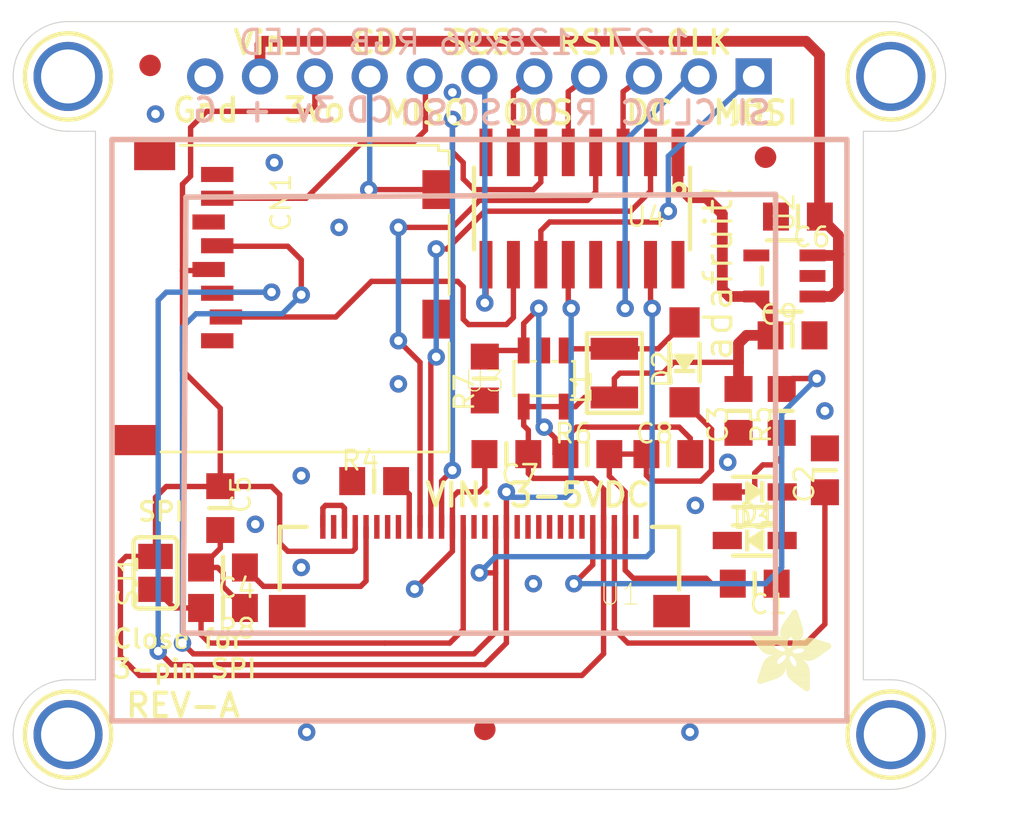
<source format=kicad_pcb>
(kicad_pcb (version 20211014) (generator pcbnew)
  (layers (0 "F.Cu" signal) (31 "B.Cu" signal) (34 "B.Paste" user) (35 "F.Paste" user) (36 "B.SilkS" user "B.Silkscreen") (37 "F.SilkS" user "F.Silkscreen") (38 "B.Mask" user) (39 "F.Mask" user) (44 "Edge.Cuts" user))
  (net 0 "")
  (net 1 "OLED_BS0")
  (net 2 "GND")
  (net 3 "IREF")
  (net 4 "MOSI/DATA1")
  (net 5 "SCK/DATA0")
  (net 6 "OLED_CS")
  (net 7 "OLED_DC")
  (net 8 "OLED_RES")
  (net 9 "VCOMH")
  (net 10 "N$6")
  (net 11 "N$7")
  (net 12 "3.3V")
  (net 13 "13V")
  (net 14 "N$3")
  (net 15 "N$5")
  (net 16 "N$8")
  (net 17 "VIN")
  (net 18 "SD_CS")
  (net 19 "SD_DOUT")
  (net 20 "SD_CD")
  (net 21 "N$12")
  (net 22 "N$13")
  (net 23 "DC")
  (net 24 "RESET")
  (net 25 "OCS")
  (net 26 "SCS")
  (net 27 "N$11")
  (footprint "boardEagle:_0805MP" (layer "F.Cu") (at 157.2511 107.2536)
    (fp_text reference "C8")
    (fp_text value "0.1uF")
  )
  (footprint "boardEagle:SOT23-5@1" (layer "F.Cu") (at 151.5011 103.7536 180)
    (fp_text reference "U3")
    (fp_text value "FAN5331SX")
  )
  (footprint "boardEagle:_0805MP" (layer "F.Cu") (at 162.5011 105.2536 90)
    (fp_text reference "R5")
    (fp_text value "50")
  )
  (footprint "boardEagle:SOD-323" (layer "F.Cu") (at 161.2511 111.2536)
    (fp_text reference "D3")
    (fp_text value "1N4148")
  )
  (footprint "boardEagle:_0805MP" (layer "F.Cu") (at 163.0011 101.7536)
    (fp_text reference "C9")
    (fp_text value "10uF")
  )
  (footprint "boardEagle:_0805MP" (layer "F.Cu") (at 148.7511 103.7536 90)
    (fp_text reference "R7")
    (fp_text value "10K")
  )
  (footprint "boardEagle:MOUNTINGHOLE_2.5_PLATED" (layer "F.Cu") (at 167.5511 89.7636)
    (fp_text reference "U$24" hide)
    (fp_text value "MOUNTINGHOLE2.5" hide)
  )
  (footprint "boardEagle:_0805MP" (layer "F.Cu") (at 136.6261 112.5036 180)
    (fp_text reference "C4")
    (fp_text value "1.0uF")
  )
  (footprint "boardEagle:FIDUCIAL_1MM" (layer "F.Cu") (at 148.7511 120.0036)
    (fp_text reference "U$26" hide)
    (fp_text value "FIDUCIAL" hide)
  )
  (footprint "boardEagle:_0805MP" (layer "F.Cu") (at 153.5011 107.2536)
    (fp_text reference "R6")
    (fp_text value "100K")
  )
  (footprint "boardEagle:_0805MP" (layer "F.Cu") (at 136.5011 109.7536 -90)
    (fp_text reference "C5")
    (fp_text value "10uF")
  )
  (footprint "boardEagle:MICROSD" (layer "F.Cu") (at 147.0011 93.0036 -90)
    (fp_text reference "CN1")
    (fp_text value "microSD")
  )
  (footprint "boardEagle:FIDUCIAL_1MM" (layer "F.Cu") (at 161.7511 93.5036)
    (fp_text reference "U$27" hide)
    (fp_text value "FIDUCIAL" hide)
  )
  (footprint "boardEagle:_0805MP" (layer "F.Cu") (at 160.5011 105.2536 90)
    (fp_text reference "C3")
    (fp_text value "1.0uF")
  )
  (footprint "boardEagle:FPC_XF2M-3015-1A" (layer "F.Cu") (at 148.5011 113.2536 180)
    (fp_text reference "U1")
    (fp_text value "UG-2828GDEDF11")
  )
  (footprint "boardEagle:_0805MP" (layer "F.Cu") (at 136.6261 114.3786 180)
    (fp_text reference "R8")
    (fp_text value "10K")
  )
  (footprint "boardEagle:_0805MP" (layer "F.Cu") (at 143.6261 108.5036)
    (fp_text reference "R4")
    (fp_text value "600K")
  )
  (footprint "boardEagle:_0805MP" (layer "F.Cu") (at 161.2511 113.2536 180)
    (fp_text reference "C1")
    (fp_text value "10uF/16V")
  )
  (footprint "boardEagle:SOT23-5" (layer "F.Cu") (at 162.6261 99.0036 90)
    (fp_text reference "U2")
    (fp_text value "MIC5225-3.3v")
  )
  (footprint "boardEagle:MOUNTINGHOLE_2.5_PLATED" (layer "F.Cu") (at 167.5511 120.2436)
    (fp_text reference "U$23" hide)
    (fp_text value "MOUNTINGHOLE2.5" hide)
  )
  (footprint "boardEagle:FIDUCIAL_1MM" (layer "F.Cu") (at 133.2511 89.2536)
    (fp_text reference "U$29" hide)
    (fp_text value "FIDUCIAL" hide)
  )
  (footprint "boardEagle:SOLDERJUMPER_REFLOW_NOPASTE" (layer "F.Cu") (at 133.5011 112.7536 90)
    (fp_text reference "SJ1")
    (fp_text value "BS0")
  )
  (footprint "boardEagle:_0805MP" (layer "F.Cu") (at 149.7511 107.2536 180)
    (fp_text reference "C7")
    (fp_text value "10uF")
  )
  (footprint "boardEagle:MOUNTINGHOLE_2.5_PLATED" (layer "F.Cu") (at 129.4511 89.7636)
    (fp_text reference "U$25" hide)
    (fp_text value "MOUNTINGHOLE2.5" hide)
  )
  (footprint "boardEagle:SOD-123" (layer "F.Cu") (at 158.0011 103.0036 90)
    (fp_text reference "D2")
    (fp_text value "BAT54T1G")
  )
  (footprint "boardEagle:_0805MP" (layer "F.Cu") (at 164.5011 108.0036 90)
    (fp_text reference "C2")
    (fp_text value "10uF/16V")
  )
  (footprint "boardEagle:1X11_ROUND" (layer "F.Cu") (at 148.5011 89.7636 180)
    (fp_text reference "JP1")
    (fp_text value "")
  )
  (footprint "boardEagle:SOIC16" (layer "F.Cu") (at 153.2511 95.8806 180)
    (fp_text reference "U4")
    (fp_text value "74HC4050D")
  )
  (footprint "boardEagle:ADAFRUIT_3.5MM" (layer "F.Cu") (at 161.0011 118.2536)
    (fp_text reference "U$28" hide)
    (fp_text value "" hide)
  )
  (footprint "boardEagle:INDUCTOR_1007" (layer "F.Cu") (at 154.7511 103.5036 90)
    (fp_text reference "L1")
    (fp_text value "10uH")
  )
  (footprint "boardEagle:_0805MP" (layer "F.Cu") (at 163.2511 96.2536 180)
    (fp_text reference "C6")
    (fp_text value "10uF")
  )
  (footprint "boardEagle:SOD-323" (layer "F.Cu") (at 161.2511 109.0036 180)
    (fp_text reference "D1")
    (fp_text value "1N4148")
  )
  (footprint "boardEagle:MOUNTINGHOLE_2.5_PLATED" (layer "F.Cu") (at 129.4511 120.2436)
    (fp_text reference "U$22" hide)
    (fp_text value "MOUNTINGHOLE2.5" hide)
  )
  (gr_line (start 165.5191 92.6846) (end 131.4831 92.6846) (layer "B.SilkS") (width 0.254))
  (gr_line (start 165.5191 119.6086) (end 165.5191 92.6846) (layer "B.SilkS") (width 0.254))
  (gr_line (start 131.4831 119.6086) (end 165.5191 119.6086) (layer "B.SilkS") (width 0.254))
  (gr_line (start 131.4831 92.6846) (end 131.4831 119.6086) (layer "B.SilkS") (width 0.254))
  (gr_line (start 134.7851 115.5446) (end 134.9121 95.3516) (layer "B.SilkS") (width 0.254))
  (gr_line (start 162.2171 95.2246) (end 162.2171 115.5446) (layer "B.SilkS") (width 0.254))
  (gr_line (start 134.9121 95.3516) (end 162.2171 95.2246) (layer "B.SilkS") (width 0.254))
  (gr_line (start 162.2171 115.5446) (end 134.7851 115.5446) (layer "B.SilkS") (width 0.254))
  (gr_arc (start 170.0911 120.2436) (mid 169.347151 122.039651) (end 167.5511 122.7836) (layer "Edge.Cuts") (width 0.05))
  (gr_line (start 167.5511 117.7036) (end 166.2811 117.7036) (layer "Edge.Cuts") (width 0.05))
  (gr_line (start 166.2811 92.3036) (end 167.5511 92.3036) (layer "Edge.Cuts") (width 0.05))
  (gr_line (start 129.4511 92.3036) (end 130.7211 92.3036) (layer "Edge.Cuts") (width 0.05))
  (gr_arc (start 129.4511 122.7836) (mid 127.655049 122.039651) (end 126.9111 120.2436) (layer "Edge.Cuts") (width 0.05))
  (gr_arc (start 126.9111 120.2436) (mid 127.655049 118.447549) (end 129.4511 117.7036) (layer "Edge.Cuts") (width 0.05))
  (gr_arc (start 167.5511 117.7036) (mid 169.347151 118.447549) (end 170.0911 120.2436) (layer "Edge.Cuts") (width 0.05))
  (gr_line (start 167.5511 87.2236) (end 129.4511 87.2236) (layer "Edge.Cuts") (width 0.05))
  (gr_line (start 130.7211 117.7036) (end 129.4511 117.7036) (layer "Edge.Cuts") (width 0.05))
  (gr_line (start 166.2811 117.7036) (end 166.2811 92.3036) (layer "Edge.Cuts") (width 0.05))
  (gr_line (start 130.7211 92.3036) (end 130.7211 117.7036) (layer "Edge.Cuts") (width 0.05))
  (gr_arc (start 167.5511 87.2236) (mid 169.347151 87.967549) (end 170.0911 89.7636) (layer "Edge.Cuts") (width 0.05))
  (gr_arc (start 129.4511 92.3036) (mid 127.655049 91.559651) (end 126.9111 89.7636) (layer "Edge.Cuts") (width 0.05))
  (gr_line (start 129.4511 122.7836) (end 167.5511 122.7836) (layer "Edge.Cuts") (width 0.05))
  (gr_arc (start 170.0911 89.7636) (mid 169.347151 91.559651) (end 167.5511 92.3036) (layer "Edge.Cuts") (width 0.05))
  (gr_arc (start 126.9111 89.7636) (mid 127.655049 87.967549) (end 129.4511 87.2236) (layer "Edge.Cuts") (width 0.05))
  (gr_text "3v" (at 140.8811 90.6916) (layer "B.SilkS") (effects (font (size 1.0795 1.0795) (thickness 0.1905)) (justify top mirror)))
  (gr_text "SC" (at 148.5011 90.8186) (layer "B.SilkS") (effects (font (size 1.0795 1.0795) (thickness 0.1905)) (justify top mirror)))
  (gr_text "SO" (at 145.9611 90.8186) (layer "B.SilkS") (effects (font (size 1.0795 1.0795) (thickness 0.1905)) (justify top mirror)))
  (gr_text "OC" (at 151.0411 90.8186) (layer "B.SilkS") (effects (font (size 1.0795 1.0795) (thickness 0.1905)) (justify top mirror)))
  (gr_text "CL" (at 158.5341 90.8186) (layer "B.SilkS") (effects (font (size 1.0795 1.0795) (thickness 0.1905)) (justify top mirror)))
  (gr_text "G" (at 135.8011 90.6916) (layer "B.SilkS") (effects (font (size 1.0795 1.0795) (thickness 0.1905)) (justify top mirror)))
  (gr_text "DC" (at 156.1211 90.8186) (layer "B.SilkS") (effects (font (size 1.0795 1.0795) (thickness 0.1905)) (justify top mirror)))
  (gr_text "+" (at 138.2141 90.6916) (layer "B.SilkS") (effects (font (size 1.0795 1.0795) (thickness 0.1905)) (justify top mirror)))
  (gr_text "R" (at 153.4541 90.8186) (layer "B.SilkS") (effects (font (size 1.0795 1.0795) (thickness 0.1905)) (justify top mirror)))
  (gr_text "1.27\" 128x96 RGB OLED" (at 147.8061 88.8436) (layer "B.SilkS") (effects (font (size 1.1176 1.1176) (thickness 0.1524)) (justify bottom mirror)))
  (gr_text "CD" (at 143.4211 90.6916) (layer "B.SilkS") (effects (font (size 1.0795 1.0795) (thickness 0.1905)) (justify top mirror)))
  (gr_text "SI" (at 161.2011 90.8186) (layer "B.SilkS") (effects (font (size 1.0795 1.0795) (thickness 0.1905)) (justify top mirror)))
  (gr_text "VIN: 3-5VDC" (at 145.8901 109.7806) (layer "F.SilkS") (effects (font (size 1.0795 1.0795) (thickness 0.1905)) (justify left bottom)))
  (gr_text "RST" (at 153.5811 88.8236) (layer "F.SilkS") (effects (font (size 1.0795 1.0795) (thickness 0.1905)) (justify bottom)))
  (gr_text "OCS" (at 151.2111 90.8146) (layer "F.SilkS") (effects (font (size 1.0795 1.0795) (thickness 0.1905)) (justify top)))
  (gr_text "REV-A" (at 132.0241 119.5206) (layer "F.SilkS") (effects (font (size 1.0795 1.0795) (thickness 0.1905)) (justify left bottom)))
  (gr_text "CD" (at 143.6711 88.8236) (layer "F.SilkS") (effects (font (size 1.0795 1.0795) (thickness 0.1905)) (justify bottom)))
  (gr_text "SPI" (at 132.6031 110.4256) (layer "F.SilkS") (effects (font (size 0.8636 0.8636) (thickness 0.1524)) (justify left bottom)))
  (gr_text "3vo" (at 140.8711 90.6876) (layer "F.SilkS") (effects (font (size 1.0795 1.0795) (thickness 0.1905)) (justify top)))
  (gr_text "MOSI" (at 161.2911 90.8146) (layer "F.SilkS") (effects (font (size 1.0795 1.0795) (thickness 0.1905)) (justify top)))
  (gr_text "adafruit!" (at 160.3081 103.0176 90) (layer "F.SilkS") (effects (font (size 1.28016 1.28016) (thickness 0.14224)) (justify left bottom)))
  (gr_text "Close for\n3-pin SPI" (at 131.4411 117.7056) (layer "F.SilkS") (effects (font (size 0.8636 0.8636) (thickness 0.1524)) (justify left bottom)))
  (gr_text "CLK" (at 158.6611 88.8236) (layer "F.SilkS") (effects (font (size 1.0795 1.0795) (thickness 0.1905)) (justify bottom)))
  (gr_text "MISO" (at 146.0411 90.8146) (layer "F.SilkS") (effects (font (size 1.0795 1.0795) (thickness 0.1905)) (justify top)))
  (gr_text "SCS" (at 148.5011 88.8236) (layer "F.SilkS") (effects (font (size 1.0795 1.0795) (thickness 0.1905)) (justify bottom)))
  (gr_text "Vin" (at 138.3411 88.8236) (layer "F.SilkS") (effects (font (size 1.0795 1.0795) (thickness 0.1905)) (justify bottom)))
  (gr_text "Gnd" (at 135.8241 90.6916) (layer "F.SilkS") (effects (font (size 1.0795 1.0795) (thickness 0.1905)) (justify top)))
  (gr_text "DC" (at 156.3811 90.8146) (layer "F.SilkS") (effects (font (size 1.0795 1.0795) (thickness 0.1905)) (justify top)))
  (segment (start 134.3641 114.3786) (end 133.5011 113.5156) (width 0.25) (layer "F.Cu") (net 1))
  (segment (start 147.7511 115.3786) (end 147.1261 116.0036) (width 0.25) (layer "F.Cu") (net 1))
  (segment (start 147.1261 116.0036) (end 144.1261 116.0036) (width 0.25) (layer "F.Cu") (net 1))
  (segment (start 135.6101 115.6126) (end 136.0011 116.0036) (width 0.25) (layer "F.Cu") (net 1))
  (segment (start 135.6101 114.3786) (end 135.6101 115.6126) (width 0.25) (layer "F.Cu") (net 1))
  (segment (start 136.0011 116.0036) (end 144.1261 116.0036) (width 0.25) (layer "F.Cu") (net 1))
  (segment (start 147.7511 110.6236) (end 147.7511 115.3786) (width 0.25) (layer "F.Cu") (net 1))
  (segment (start 135.6101 114.3786) (end 134.3641 114.3786) (width 0.25) (layer "F.Cu") (net 1))
  (segment (start 136.5011 110.7696) (end 136.5011 111.6126) (width 0.25) (layer "F.Cu") (net 2))
  (segment (start 136.5011 111.6126) (end 135.6101 112.5036) (width 0.25) (layer "F.Cu") (net 2))
  (segment (start 147.2511 111.7536) (end 145.5011 113.5036) (width 0.25) (layer "F.Cu") (net 2))
  (segment (start 141.3761 109.6286) (end 141.2511 109.7536) (width 0.25) (layer "F.Cu") (net 2))
  (segment (start 141.2511 109.7536) (end 141.2511 110.6236) (width 0.25) (layer "F.Cu") (net 2))
  (segment (start 148.7511 107.2696) (end 148.7351 107.2536) (width 0.25) (layer "F.Cu") (net 2))
  (segment (start 147.2511 110.6236) (end 147.2511 111.7536) (width 0.25) (layer "F.Cu") (net 2))
  (segment (start 137.6261 114.3786) (end 136.6261 113.3786) (width 0.25) (layer "F.Cu") (net 2))
  (segment (start 142.2511 109.7536) (end 142.1261 109.6286) (width 0.25) (layer "F.Cu") (net 2))
  (segment (start 137.6421 114.3786) (end 137.6261 114.3786) (width 0.25) (layer "F.Cu") (net 2))
  (segment (start 136.6261 112.7536) (end 136.3761 112.5036) (width 0.25) (layer "F.Cu") (net 2))
  (segment (start 136.3761 112.5036) (end 135.6101 112.5036) (width 0.25) (layer "F.Cu") (net 2))
  (segment (start 147.2511 110.6236) (end 147.2511 109.2536) (width 0.25) (layer "F.Cu") (net 2))
  (segment (start 136.6261 113.3786) (end 136.6261 112.7536) (width 0.25) (layer "F.Cu") (net 2))
  (segment (start 142.1261 109.6286) (end 141.3761 109.6286) (width 0.25) (layer "F.Cu") (net 2))
  (segment (start 142.2511 110.6236) (end 142.2511 109.7536) (width 0.25) (layer "F.Cu") (net 2))
  (segment (start 148.7511 108.7536) (end 148.7511 107.2696) (width 0.25) (layer "F.Cu") (net 2))
  (segment (start 148.5011 109.0036) (end 148.7511 108.7536) (width 0.25) (layer "F.Cu") (net 2))
  (segment (start 147.5011 109.0036) (end 148.5011 109.0036) (width 0.25) (layer "F.Cu") (net 2))
  (segment (start 147.2511 109.2536) (end 147.5011 109.0036) (width 0.25) (layer "F.Cu") (net 2))
  (via (at 147.2511 90.5036) (size 0.8064) (drill 0.4) (layers "F.Cu" "B.Cu") (net 2))
  (via (at 140.2511 108.2536) (size 0.8064) (drill 0.4) (layers "F.Cu" "B.Cu") (net 2))
  (via (at 144.7511 104.0036) (size 0.8064) (drill 0.4) (layers "F.Cu" "B.Cu") (net 2))
  (via (at 140.5011 120.1286) (size 0.8064) (drill 0.4) (layers "F.Cu" "B.Cu") (net 2))
  (via (at 140.2511 112.5036) (size 0.8064) (drill 0.4) (layers "F.Cu" "B.Cu") (net 2))
  (via (at 158.5011 109.6286) (size 0.8064) (drill 0.4) (layers "F.Cu" "B.Cu") (net 2))
  (via (at 158.2511 120.1286) (size 0.8064) (drill 0.4) (layers "F.Cu" "B.Cu") (net 2))
  (via (at 160.0011 107.6286) (size 0.8064) (drill 0.4) (layers "F.Cu" "B.Cu") (net 2))
  (via (at 139.0011 93.7536) (size 0.8064) (drill 0.4) (layers "F.Cu" "B.Cu") (net 2))
  (via (at 145.5011 113.5036) (size 0.8064) (drill 0.4) (layers "F.Cu" "B.Cu") (net 2))
  (via (at 151.0011 113.2536) (size 0.8064) (drill 0.4) (layers "F.Cu" "B.Cu") (net 2))
  (via (at 142.0011 96.7536) (size 0.8064) (drill 0.4) (layers "F.Cu" "B.Cu") (net 2))
  (via (at 164.5011 105.2536) (size 0.8064) (drill 0.4) (layers "F.Cu" "B.Cu") (net 2))
  (via (at 133.5011 91.5036) (size 0.8064) (drill 0.4) (layers "F.Cu" "B.Cu") (net 2))
  (via (at 138.1261 110.5036) (size 0.8064) (drill 0.4) (layers "F.Cu" "B.Cu") (net 2))
  (segment (start 145.2511 109.1126) (end 144.6421 108.5036) (width 0.25) (layer "F.Cu") (net 3))
  (segment (start 145.2511 110.6236) (end 145.2511 109.1126) (width 0.25) (layer "F.Cu") (net 3))
  (segment (start 138.8761 99.7536) (end 136.4111 99.7536) (width 0.25) (layer "F.Cu") (net 4))
  (segment (start 149.7511 110.6236) (end 149.7511 116.0036) (width 0.25) (layer "F.Cu") (net 4))
  (segment (start 149.7511 116.0036) (end 148.7511 117.0036) (width 0.25) (layer "F.Cu") (net 4))
  (segment (start 149.7511 109.0036) (end 149.7511 110.6236) (width 0.25) (layer "F.Cu") (net 4))
  (segment (start 152.6161 100.3686) (end 152.7511 100.5036) (width 0.25) (layer "F.Cu") (net 4))
  (segment (start 152.6161 98.4806) (end 152.6161 100.3686) (width 0.25) (layer "F.Cu") (net 4))
  (segment (start 134.2511 117.0036) (end 133.6261 116.3786) (width 0.25) (layer "F.Cu") (net 4))
  (segment (start 136.4111 99.7536) (end 136.3611 99.8036) (width 0.25) (layer "F.Cu") (net 4))
  (segment (start 148.7511 117.0036) (end 134.2511 117.0036) (width 0.25) (layer "F.Cu") (net 4))
  (via (at 133.6261 116.3786) (size 0.8064) (drill 0.4) (layers "F.Cu" "B.Cu") (net 4))
  (via (at 152.7511 100.5036) (size 0.8064) (drill 0.4) (layers "F.Cu" "B.Cu") (net 4))
  (via (at 149.7511 109.0036) (size 0.8064) (drill 0.4) (layers "F.Cu" "B.Cu") (net 4))
  (via (at 138.8761 99.7536) (size 0.8064) (drill 0.4) (layers "F.Cu" "B.Cu") (net 4))
  (segment (start 133.6261 100.1286) (end 134.0011 99.7536) (width 0.25) (layer "B.Cu") (net 4))
  (segment (start 133.6261 116.3786) (end 133.6261 100.1286) (width 0.25) (layer "B.Cu") (net 4))
  (segment (start 152.5011 109.2536) (end 150.0011 109.2536) (width 0.25) (layer "B.Cu") (net 4))
  (segment (start 152.7511 109.0036) (end 152.5011 109.2536) (width 0.25) (layer "B.Cu") (net 4))
  (segment (start 152.7511 100.5036) (end 152.7511 109.0036) (width 0.25) (layer "B.Cu") (net 4))
  (segment (start 150.0011 109.2536) (end 149.7511 109.0036) (width 0.25) (layer "B.Cu") (net 4))
  (segment (start 134.0011 99.7536) (end 138.8761 99.7536) (width 0.25) (layer "B.Cu") (net 4))
  (segment (start 149.2511 110.6236) (end 149.2511 112.7536) (width 0.25) (layer "F.Cu") (net 5))
  (segment (start 149.2511 115.5036) (end 148.2511 116.5036) (width 0.25) (layer "F.Cu") (net 5))
  (segment (start 139.6261 97.6286) (end 136.3861 97.6286) (width 0.25) (layer "F.Cu") (net 5))
  (segment (start 148.2511 116.5036) (end 135.2511 116.5036) (width 0.25) (layer "F.Cu") (net 5))
  (segment (start 149.2511 112.7536) (end 149.2511 115.5036) (width 0.25) (layer "F.Cu") (net 5))
  (segment (start 156.4261 100.4286) (end 156.5011 100.5036) (width 0.25) (layer "F.Cu") (net 5))
  (segment (start 136.3861 97.6286) (end 136.3611 97.6036) (width 0.25) (layer "F.Cu") (net 5))
  (segment (start 140.2511 98.2536) (end 139.6261 97.6286) (width 0.25) (layer "F.Cu") (net 5))
  (segment (start 148.5011 112.7536) (end 149.2511 112.7536) (width 0.25) (layer "F.Cu") (net 5))
  (segment (start 140.2511 99.8786) (end 140.2511 98.2536) (width 0.25) (layer "F.Cu") (net 5))
  (segment (start 135.2511 116.5036) (end 134.7511 116.0036) (width 0.25) (layer "F.Cu") (net 5))
  (segment (start 156.4261 98.4806) (end 156.4261 100.4286) (width 0.25) (layer "F.Cu") (net 5))
  (via (at 156.5011 100.5036) (size 0.8064) (drill 0.4) (layers "F.Cu" "B.Cu") (net 5))
  (via (at 148.5011 112.7536) (size 0.8064) (drill 0.4) (layers "F.Cu" "B.Cu") (net 5))
  (via (at 134.7511 116.0036) (size 0.8064) (drill 0.4) (layers "F.Cu" "B.Cu") (net 5))
  (via (at 140.2511 99.8786) (size 0.8064) (drill 0.4) (layers "F.Cu" "B.Cu") (net 5))
  (segment (start 139.3761 100.7536) (end 140.2511 99.8786) (width 0.25) (layer "B.Cu") (net 5))
  (segment (start 135.3761 100.7536) (end 139.3761 100.7536) (width 0.25) (layer "B.Cu") (net 5))
  (segment (start 134.7511 116.0036) (end 134.7511 101.3786) (width 0.25) (layer "B.Cu") (net 5))
  (segment (start 156.2511 112.0036) (end 149.2511 112.0036) (width 0.25) (layer "B.Cu") (net 5))
  (segment (start 156.5011 111.7536) (end 156.2511 112.0036) (width 0.25) (layer "B.Cu") (net 5))
  (segment (start 156.5011 100.5036) (end 156.5011 111.7536) (width 0.25) (layer "B.Cu") (net 5))
  (segment (start 149.2511 112.0036) (end 148.5011 112.7536) (width 0.25) (layer "B.Cu") (net 5))
  (segment (start 134.7511 101.3786) (end 135.3761 100.7536) (width 0.25) (layer "B.Cu") (net 5))
  (segment (start 146.7511 110.6236) (end 146.7511 108.5036) (width 0.25) (layer "F.Cu") (net 6))
  (segment (start 147.7511 93.7536) (end 147.7511 94.5036) (width 0.25) (layer "F.Cu") (net 6))
  (segment (start 147.2511 91.7536) (end 147.2511 93.2536) (width 0.25) (layer "F.Cu") (net 6))
  (segment (start 151.3461 93.2806) (end 151.3461 94.6586) (width 0.25) (layer "F.Cu") (net 6))
  (segment (start 148.2511 95.0036) (end 151.0011 95.0036) (width 0.25) (layer "F.Cu") (net 6))
  (segment (start 147.2511 93.2536) (end 147.7511 93.7536) (width 0.25) (layer "F.Cu") (net 6))
  (segment (start 146.7511 108.5036) (end 147.2511 108.0036) (width 0.25) (layer "F.Cu") (net 6))
  (segment (start 147.7511 94.5036) (end 148.2511 95.0036) (width 0.25) (layer "F.Cu") (net 6))
  (segment (start 151.0011 95.0036) (end 151.3461 94.6586) (width 0.25) (layer "F.Cu") (net 6))
  (via (at 147.2511 91.7536) (size 0.8064) (drill 0.4) (layers "F.Cu" "B.Cu") (net 6))
  (via (at 147.2511 108.0036) (size 0.8064) (drill 0.4) (layers "F.Cu" "B.Cu") (net 6))
  (segment (start 147.2511 108.0036) (end 147.2511 91.7536) (width 0.25) (layer "B.Cu") (net 6))
  (segment (start 146.5011 97.7536) (end 147.0011 97.7536) (width 0.25) (layer "F.Cu") (net 7))
  (segment (start 146.2511 110.6236) (end 146.2511 103.0036) (width 0.25) (layer "F.Cu") (net 7))
  (segment (start 155.5011 96.0036) (end 156.4261 95.0786) (width 0.25) (layer "F.Cu") (net 7))
  (segment (start 147.0011 97.7536) (end 148.7511 96.0036) (width 0.25) (layer "F.Cu") (net 7))
  (segment (start 146.2511 103.0036) (end 146.5011 102.7536) (width 0.25) (layer "F.Cu") (net 7))
  (segment (start 156.4261 93.2806) (end 156.4261 95.0786) (width 0.25) (layer "F.Cu") (net 7))
  (segment (start 148.7511 96.0036) (end 155.5011 96.0036) (width 0.25) (layer "F.Cu") (net 7))
  (via (at 146.5011 102.7536) (size 0.8064) (drill 0.4) (layers "F.Cu" "B.Cu") (net 7))
  (via (at 146.5011 97.7536) (size 0.8064) (drill 0.4) (layers "F.Cu" "B.Cu") (net 7))
  (segment (start 146.5011 102.7536) (end 146.5011 97.7536) (width 0.25) (layer "B.Cu") (net 7))
  (segment (start 145.7511 103.0036) (end 144.7511 102.0036) (width 0.25) (layer "F.Cu") (net 8))
  (segment (start 145.7511 110.6236) (end 145.7511 103.0036) (width 0.25) (layer "F.Cu") (net 8))
  (segment (start 153.8861 93.2806) (end 153.8861 95.1186) (width 0.25) (layer "F.Cu") (net 8))
  (segment (start 148.5011 95.5036) (end 153.5011 95.5036) (width 0.25) (layer "F.Cu") (net 8))
  (segment (start 147.2511 96.7536) (end 148.5011 95.5036) (width 0.25) (layer "F.Cu") (net 8))
  (segment (start 153.5011 95.5036) (end 153.8861 95.1186) (width 0.25) (layer "F.Cu") (net 8))
  (segment (start 144.7511 96.7536) (end 147.2511 96.7536) (width 0.25) (layer "F.Cu") (net 8))
  (via (at 144.7511 96.7536) (size 0.8064) (drill 0.4) (layers "F.Cu" "B.Cu") (net 8))
  (via (at 144.7511 102.0036) (size 0.8064) (drill 0.4) (layers "F.Cu" "B.Cu") (net 8))
  (segment (start 144.7511 102.0036) (end 144.7511 96.7536) (width 0.25) (layer "B.Cu") (net 8))
  (segment (start 163.6261 116.0036) (end 164.5011 115.1286) (width 0.25) (layer "F.Cu") (net 9))
  (segment (start 154.7511 110.6236) (end 154.7511 115.3786) (width 0.25) (layer "F.Cu") (net 9))
  (segment (start 164.5011 115.1286) (end 164.5011 109.0196) (width 0.25) (layer "F.Cu") (net 9))
  (segment (start 155.3761 116.0036) (end 163.6261 116.0036) (width 0.25) (layer "F.Cu") (net 9))
  (segment (start 154.7511 115.3786) (end 155.3761 116.0036) (width 0.25) (layer "F.Cu") (net 9))
  (segment (start 164.1261 103.7536) (end 162.9851 103.7536) (width 0.25) (layer "F.Cu") (net 10))
  (segment (start 162.9851 103.7536) (end 162.5011 104.2376) (width 0.25) (layer "F.Cu") (net 10))
  (segment (start 153.7511 112.3786) (end 152.8761 113.2536) (width 0.25) (layer "F.Cu") (net 10))
  (segment (start 153.7511 110.6236) (end 153.7511 112.3786) (width 0.25) (layer "F.Cu") (net 10))
  (via (at 164.1261 103.7536) (size 0.8064) (drill 0.4) (layers "F.Cu" "B.Cu") (net 10))
  (via (at 152.8761 113.2536) (size 0.8064) (drill 0.4) (layers "F.Cu" "B.Cu") (net 10))
  (segment (start 161.7511 113.2536) (end 162.5011 112.5036) (width 0.25) (layer "B.Cu") (net 10))
  (segment (start 152.8761 113.2536) (end 161.7511 113.2536) (width 0.25) (layer "B.Cu") (net 10))
  (segment (start 162.5011 112.5036) (end 162.5011 105.3786) (width 0.25) (layer "B.Cu") (net 10))
  (segment (start 162.5011 105.3786) (end 164.1261 103.7536) (width 0.25) (layer "B.Cu") (net 10))
  (segment (start 162.1261 107.7536) (end 161.6261 107.7536) (width 0.25) (layer "F.Cu") (net 11))
  (segment (start 162.5011 106.2696) (end 162.5011 107.3786) (width 0.25) (layer "F.Cu") (net 11))
  (segment (start 162.5011 107.3786) (end 162.1261 107.7536) (width 0.25) (layer "F.Cu") (net 11))
  (segment (start 161.2511 108.1286) (end 161.2511 108.7536) (width 0.25) (layer "F.Cu") (net 11))
  (segment (start 161.2511 108.7536) (end 161.0011 109.0036) (width 0.25) (layer "F.Cu") (net 11))
  (segment (start 161.6261 107.7536) (end 161.2511 108.1286) (width 0.25) (layer "F.Cu") (net 11))
  (segment (start 161.0011 109.0036) (end 159.9811 109.0036) (width 0.25) (layer "F.Cu") (net 11))
  (segment (start 158.2511 95.3786) (end 157.6961 94.8236) (width 0.5) (layer "F.Cu") (net 12))
  (segment (start 153.7511 108.3786) (end 151.0011 108.3786) (width 0.25) (layer "F.Cu") (net 12))
  (segment (start 152.4511 105.0537) (end 152.951 105.0537) (width 0.25) (layer "F.Cu") (net 12))
  (segment (start 135.1261 94.3786) (end 134.7511 94.7536) (width 0.25) (layer "F.Cu") (net 12))
  (segment (start 131.8761 116.6286) (end 132.7511 117.5036) (width 0.25) (layer "F.Cu") (net 12))
  (segment (start 154.2511 110.6236) (end 154.2511 108.8786) (width 0.25) (layer "F.Cu") (net 12))
  (segment (start 150.5511 105.0537) (end 152.4511 105.0537) (width 0.25) (layer "F.Cu") (net 12))
  (segment (start 139.6261 111.7536) (end 139.2511 111.3786) (width 0.25) (layer "F.Cu") (net 12))
  (segment (start 139.2511 109.1286) (end 138.8761 108.7536) (width 0.25) (layer "F.Cu") (net 12))
  (segment (start 154.2511 116.5036) (end 154.2511 110.6236) (width 0.25) (layer "F.Cu") (net 12))
  (segment (start 157.6961 93.2806) (end 157.6961 94.8236) (width 0.5) (layer "F.Cu") (net 12))
  (segment (start 138.8761 108.7536) (end 136.5171 108.7536) (width 0.25) (layer "F.Cu") (net 12))
  (segment (start 131.8761 112.2536) (end 131.8761 116.6286) (width 0.25) (layer "F.Cu") (net 12))
  (segment (start 135.9111 98.7536) (end 135.9611 98.7036) (width 0.25) (layer "F.Cu") (net 12))
  (segment (start 157.5011 103.0036) (end 160.5011 103.0036) (width 0.25) (layer "F.Cu") (net 12))
  (segment (start 154.7511 103.7536) (end 155.0011 103.5036) (width 0.25) (layer "F.Cu") (net 12))
  (segment (start 139.2511 111.3786) (end 139.2511 109.1286) (width 0.25) (layer "F.Cu") (net 12))
  (segment (start 161.326 99.9536) (end 160.0761 99.9536) (width 0.5) (layer "F.Cu") (net 12))
  (segment (start 150.7671 107.2536) (end 150.7671 106.1446) (width 0.25) (layer "F.Cu") (net 12))
  (segment (start 132.7511 117.5036) (end 153.2511 117.5036) (width 0.25) (layer "F.Cu") (net 12))
  (segment (start 159.0011 95.3786) (end 158.2511 95.3786) (width 0.5) (layer "F.Cu") (net 12))
  (segment (start 134.7511 103.3786) (end 134.7511 98.7536) (width 0.25) (layer "F.Cu") (net 12))
  (segment (start 135.9111 98.7536) (end 134.7511 98.7536) (width 0.25) (layer "F.Cu") (net 12))
  (segment (start 159.7511 96.1286) (end 159.0011 95.3786) (width 0.5) (layer "F.Cu") (net 12))
  (segment (start 160.8761 101.7536) (end 161.9851 101.7536) (width 0.5) (layer "F.Cu") (net 12))
  (segment (start 136.4851 108.7536) (end 136.5011 108.7376) (width 0.25) (layer "F.Cu") (net 12))
  (segment (start 132.1381 111.9916) (end 131.8761 112.2536) (width 0.25) (layer "F.Cu") (net 12))
  (segment (start 135.8761 91.3786) (end 135.1261 92.1286) (width 0.25) (layer "F.Cu") (net 12))
  (segment (start 153.2511 117.5036) (end 154.2511 116.5036) (width 0.25) (layer "F.Cu") (net 12))
  (segment (start 133.5011 111.9916) (end 132.1381 111.9916) (width 0.25) (layer "F.Cu") (net 12))
  (segment (start 157.0011 103.5036) (end 157.5011 103.0036) (width 0.25) (layer "F.Cu") (net 12))
  (segment (start 142.6261 111.7536) (end 139.6261 111.7536) (width 0.25) (layer "F.Cu") (net 12))
  (segment (start 140.8811 91.1236) (end 140.6261 91.3786) (width 0.25) (layer "F.Cu") (net 12))
  (segment (start 133.5011 109.2536) (end 134.0011 108.7536) (width 0.25) (layer "F.Cu") (net 12))
  (segment (start 150.7671 106.1446) (end 150.5511 105.9286) (width 0.25) (layer "F.Cu") (net 12))
  (segment (start 134.0011 108.7536) (end 136.4851 108.7536) (width 0.25) (layer "F.Cu") (net 12))
  (segment (start 135.1261 92.1286) (end 135.1261 94.3786) (width 0.25) (layer "F.Cu") (net 12))
  (segment (start 160.5011 103.0036) (end 160.5011 102.1286) (width 0.5) (layer "F.Cu") (net 12))
  (segment (start 161.9851 101.7536) (end 161.9851 100.6127) (width 0.5) (layer "F.Cu") (net 12))
  (segment (start 136.5171 108.7536) (end 136.5011 108.7376) (width 0.25) (layer "F.Cu") (net 12))
  (segment (start 134.7511 98.7536) (end 134.7511 94.7536) (width 0.25) (layer "F.Cu") (net 12))
  (segment (start 161.9851 100.6127) (end 161.326 99.9536) (width 0.5) (layer "F.Cu") (net 12))
  (segment (start 160.5011 102.1286) (end 160.8761 101.7536) (width 0.5) (layer "F.Cu") (net 12))
  (segment (start 150.5511 105.0537) (end 150.5511 105.9286) (width 0.25) (layer "F.Cu") (net 12))
  (segment (start 154.2511 108.8786) (end 153.7511 108.3786) (width 0.25) (layer "F.Cu") (net 12))
  (segment (start 159.7511 99.6286) (end 159.7511 96.1286) (width 0.5) (layer "F.Cu") (net 12))
  (segment (start 160.0761 99.9536) (end 159.7511 99.6286) (width 0.5) (layer "F.Cu") (net 12))
  (segment (start 140.8811 89.7636) (end 140.8811 91.1236) (width 0.25) (layer "F.Cu") (net 12))
  (segment (start 136.5011 105.1286) (end 134.7511 103.3786) (width 0.25) (layer "F.Cu") (net 12))
  (segment (start 133.5011 109.2536) (end 133.5011 111.9916) (width 0.25) (layer "F.Cu") (net 12))
  (segment (start 142.7511 111.6286) (end 142.6261 111.7536) (width 0.25) (layer "F.Cu") (net 12))
  (segment (start 160.5011 104.2376) (end 160.5011 103.0036) (width 0.5) (layer "F.Cu") (net 12))
  (segment (start 153.3741 104.6306) (end 152.951 105.0537) (width 0.25) (layer "F.Cu") (net 12))
  (segment (start 136.5011 108.7376) (end 136.5011 105.1286) (width 0.25) (layer "F.Cu") (net 12))
  (segment (start 154.7511 104.6306) (end 153.3741 104.6306) (width 0.25) (layer "F.Cu") (net 12))
  (segment (start 150.7671 107.2536) (end 150.7671 108.1446) (width 0.25) (layer "F.Cu") (net 12))
  (segment (start 154.7511 104.6306) (end 154.7511 103.7536) (width 0.25) (layer "F.Cu") (net 12))
  (segment (start 140.6261 91.3786) (end 135.8761 91.3786) (width 0.25) (layer "F.Cu") (net 12))
  (segment (start 142.7511 110.6236) (end 142.7511 111.6286) (width 0.25) (layer "F.Cu") (net 12))
  (segment (start 155.0011 103.5036) (end 157.0011 103.5036) (width 0.25) (layer "F.Cu") (net 12))
  (segment (start 151.0011 108.3786) (end 150.7671 108.1446) (width 0.25) (layer "F.Cu") (net 12))
  (segment (start 155.2511 110.6236) (end 155.2511 109.0036) (width 0.25) (layer "F.Cu") (net 13))
  (segment (start 154.5171 108.2696) (end 154.6261 108.3786) (width 0.25) (layer "F.Cu") (net 13))
  (segment (start 159.2511 106.1036) (end 158.0011 104.8536) (width 0.25) (layer "F.Cu") (net 13))
  (segment (start 154.5171 107.2536) (end 154.5171 108.2696) (width 0.25) (layer "F.Cu") (net 13))
  (segment (start 156.2351 108.2376) (end 156.5011 108.5036) (width 0.25) (layer "F.Cu") (net 13))
  (segment (start 155.2511 112.6286) (end 155.6261 113.0036) (width 0.25) (layer "F.Cu") (net 13))
  (segment (start 155.6261 113.0036) (end 159.0011 113.0036) (width 0.25) (layer "F.Cu") (net 13))
  (segment (start 156.5011 108.5036) (end 158.7511 108.5036) (width 0.25) (layer "F.Cu") (net 13))
  (segment (start 155.2511 109.0036) (end 154.6261 108.3786) (width 0.25) (layer "F.Cu") (net 13))
  (segment (start 155.2511 110.6236) (end 155.2511 112.6286) (width 0.25) (layer "F.Cu") (net 13))
  (segment (start 159.0011 113.0036) (end 159.2511 113.2536) (width 0.25) (layer "F.Cu") (net 13))
  (segment (start 158.7511 108.5036) (end 159.2511 108.0036) (width 0.25) (layer "F.Cu") (net 13))
  (segment (start 159.2511 108.0036) (end 159.2511 106.1036) (width 0.25) (layer "F.Cu") (net 13))
  (segment (start 159.2511 113.2536) (end 160.2351 113.2536) (width 0.25) (layer "F.Cu") (net 13))
  (segment (start 154.5171 107.2536) (end 156.2351 107.2536) (width 0.25) (layer "F.Cu") (net 13))
  (segment (start 156.2351 107.2536) (end 156.2351 108.2376) (width 0.25) (layer "F.Cu") (net 13))
  (segment (start 143.2511 113.1286) (end 143.2511 110.6236) (width 0.25) (layer "F.Cu") (net 14))
  (segment (start 143.0011 113.3786) (end 143.2511 113.1286) (width 0.25) (layer "F.Cu") (net 14))
  (segment (start 137.6421 112.5196) (end 138.5011 113.3786) (width 0.25) (layer "F.Cu") (net 14))
  (segment (start 138.5011 113.3786) (end 143.0011 113.3786) (width 0.25) (layer "F.Cu") (net 14))
  (segment (start 137.6421 112.5036) (end 137.6421 112.5196) (width 0.25) (layer "F.Cu") (net 14))
  (segment (start 156.7781 102.3766) (end 158.0011 101.1536) (width 0.25) (layer "F.Cu") (net 15))
  (segment (start 154.7511 102.3766) (end 152.528 102.3766) (width 0.25) (layer "F.Cu") (net 15))
  (segment (start 154.7511 102.3766) (end 156.7781 102.3766) (width 0.25) (layer "F.Cu") (net 15))
  (segment (start 152.528 102.3766) (end 152.4511 102.4535) (width 0.25) (layer "F.Cu") (net 15))
  (segment (start 150.5511 101.2036) (end 151.2511 100.5036) (width 0.25) (layer "F.Cu") (net 16))
  (segment (start 150.5511 102.4535) (end 149.0352 102.4535) (width 0.25) (layer "F.Cu") (net 16))
  (segment (start 150.5511 102.4535) (end 150.5511 101.2036) (width 0.25) (layer "F.Cu") (net 16))
  (segment (start 152.7511 106.2536) (end 152.7511 106.9876) (width 0.25) (layer "F.Cu") (net 16))
  (segment (start 152.4851 107.2536) (end 152.0011 107.2536) (width 0.25) (layer "F.Cu") (net 16))
  (segment (start 152.7511 106.9876) (end 152.4851 107.2536) (width 0.25) (layer "F.Cu") (net 16))
  (segment (start 153.0011 106.0036) (end 152.7511 106.2536) (width 0.25) (layer "F.Cu") (net 16))
  (segment (start 158.2671 106.5196) (end 157.7511 106.0036) (width 0.25) (layer "F.Cu") (net 16))
  (segment (start 158.2671 107.2536) (end 158.2671 106.5196) (width 0.25) (layer "F.Cu") (net 16))
  (segment (start 152.0011 106.5036) (end 151.5011 106.0036) (width 0.25) (layer "F.Cu") (net 16))
  (segment (start 157.7511 106.0036) (end 153.0011 106.0036) (width 0.25) (layer "F.Cu") (net 16))
  (segment (start 152.0011 107.2536) (end 152.0011 106.5036) (width 0.25) (layer "F.Cu") (net 16))
  (segment (start 149.0352 102.4535) (end 148.7511 102.7376) (width 0.25) (layer "F.Cu") (net 16))
  (via (at 151.2511 100.5036) (size 0.8064) (drill 0.4) (layers "F.Cu" "B.Cu") (net 16))
  (via (at 151.5011 106.0036) (size 0.8064) (drill 0.4) (layers "F.Cu" "B.Cu") (net 16))
  (segment (start 151.2511 105.7536) (end 151.5011 106.0036) (width 0.25) (layer "B.Cu") (net 16))
  (segment (start 151.2511 100.5036) (end 151.2511 105.7536) (width 0.25) (layer "B.Cu") (net 16))
  (segment (start 138.4971 88.1366) (end 163.6261 88.1366) (width 0.5) (layer "F.Cu") (net 17))
  (segment (start 164.2671 96.2696) (end 165.1261 97.1286) (width 0.5) (layer "F.Cu") (net 17))
  (segment (start 165.1261 97.1286) (end 165.1261 98.0036) (width 0.5) (layer "F.Cu") (net 17))
  (segment (start 164.2671 96.2536) (end 164.2671 96.2696) (width 0.5) (layer "F.Cu") (net 17))
  (segment (start 164.2511 96.2376) (end 164.2671 96.2536) (width 0.5) (layer "F.Cu") (net 17))
  (segment (start 165.1261 99.6286) (end 164.8011 99.9536) (width 0.5) (layer "F.Cu") (net 17))
  (segment (start 138.3411 89.7636) (end 138.3411 88.2926) (width 0.5) (layer "F.Cu") (net 17))
  (segment (start 164.2511 88.7616) (end 164.2511 96.2376) (width 0.5) (layer "F.Cu") (net 17))
  (segment (start 163.6261 88.1366) (end 164.2511 88.7616) (width 0.5) (layer "F.Cu") (net 17))
  (segment (start 163.9262 99.9536) (end 164.8011 99.9536) (width 0.5) (layer "F.Cu") (net 17))
  (segment (start 165.0761 98.0536) (end 165.1261 98.0036) (width 0.5) (layer "F.Cu") (net 17))
  (segment (start 163.9262 98.0536) (end 165.0761 98.0536) (width 0.5) (layer "F.Cu") (net 17))
  (segment (start 138.3411 88.2926) (end 138.4971 88.1366) (width 0.5) (layer "F.Cu") (net 17))
  (segment (start 165.1261 98.0036) (end 165.1261 99.6286) (width 0.5) (layer "F.Cu") (net 17))
  (segment (start 141.8511 100.9036) (end 143.5011 99.2536) (width 0.25) (layer "F.Cu") (net 18))
  (segment (start 147.7511 99.5036) (end 147.7511 101.0036) (width 0.25) (layer "F.Cu") (net 18))
  (segment (start 147.5011 99.2536) (end 147.7511 99.5036) (width 0.25) (layer "F.Cu") (net 18))
  (segment (start 143.5011 99.2536) (end 147.5011 99.2536) (width 0.25) (layer "F.Cu") (net 18))
  (segment (start 136.7611 100.9036) (end 141.8511 100.9036) (width 0.25) (layer "F.Cu") (net 18))
  (segment (start 148.0011 101.2536) (end 149.7511 101.2536) (width 0.25) (layer "F.Cu") (net 18))
  (segment (start 150.0761 98.4806) (end 150.0761 100.9286) (width 0.25) (layer "F.Cu") (net 18))
  (segment (start 147.7511 101.0036) (end 148.0011 101.2536) (width 0.25) (layer "F.Cu") (net 18))
  (segment (start 149.7511 101.2536) (end 150.0761 100.9286) (width 0.25) (layer "F.Cu") (net 18))
  (segment (start 140.4761 95.4036) (end 143.0011 92.8786) (width 0.25) (layer "F.Cu") (net 19))
  (segment (start 145.3761 92.8786) (end 146.0011 92.2536) (width 0.25) (layer "F.Cu") (net 19))
  (segment (start 143.0011 92.8786) (end 145.3761 92.8786) (width 0.25) (layer "F.Cu") (net 19))
  (segment (start 136.3611 95.4036) (end 140.4761 95.4036) (width 0.25) (layer "F.Cu") (net 19))
  (segment (start 146.0011 89.5436) (end 145.9611 89.7636) (width 0.25) (layer "F.Cu") (net 19))
  (segment (start 146.0011 92.2536) (end 146.0011 89.5436) (width 0.25) (layer "F.Cu") (net 19))
  (segment (start 143.3761 95.0036) (end 146.5611 95.0036) (width 0.25) (layer "F.Cu") (net 20))
  (via (at 143.3761 95.0036) (size 0.8064) (drill 0.4) (layers "F.Cu" "B.Cu") (net 20))
  (segment (start 143.4211 89.7636) (end 143.4211 94.9586) (width 0.25) (layer "B.Cu") (net 20))
  (segment (start 143.4211 94.9586) (end 143.3761 95.0036) (width 0.25) (layer "B.Cu") (net 20))
  (segment (start 151.7511 96.5036) (end 156.7511 96.5036) (width 0.25) (layer "F.Cu") (net 21))
  (segment (start 151.3461 98.4806) (end 151.3461 96.9086) (width 0.25) (layer "F.Cu") (net 21))
  (segment (start 151.3461 96.9086) (end 151.7511 96.5036) (width 0.25) (layer "F.Cu") (net 21))
  (segment (start 156.7511 96.5036) (end 157.2511 96.0036) (width 0.25) (layer "F.Cu") (net 21))
  (via (at 157.2511 96.0036) (size 0.8064) (drill 0.4) (layers "F.Cu" "B.Cu") (net 21))
  (segment (start 157.2511 93.4536) (end 161.2011 89.7636) (width 0.25) (layer "B.Cu") (net 21))
  (segment (start 157.2511 96.0036) (end 157.2511 93.4536) (width 0.25) (layer "B.Cu") (net 21))
  (segment (start 155.2511 100.5036) (end 155.2511 98.4486) (width 0.25) (layer "F.Cu") (net 22))
  (segment (start 155.2511 98.4486) (end 155.1561 98.4806) (width 0.25) (layer "F.Cu") (net 22))
  (via (at 155.2511 100.5036) (size 0.8064) (drill 0.4) (layers "F.Cu" "B.Cu") (net 22))
  (segment (start 158.5011 89.5036) (end 155.2511 92.7536) (width 0.25) (layer "B.Cu") (net 22))
  (segment (start 155.2511 92.7536) (end 155.2511 100.5036) (width 0.25) (layer "B.Cu") (net 22))
  (segment (start 158.6611 89.7636) (end 158.5011 89.5036) (width 0.25) (layer "B.Cu") (net 22))
  (segment (start 155.1561 93.2806) (end 155.1561 90.4686) (width 0.25) (layer "F.Cu") (net 23))
  (segment (start 155.1561 90.4686) (end 156.1211 89.7636) (width 0.25) (layer "F.Cu") (net 23))
  (segment (start 152.6161 90.4686) (end 153.5811 89.7636) (width 0.25) (layer "F.Cu") (net 24))
  (segment (start 152.6161 93.2806) (end 152.6161 90.4686) (width 0.25) (layer "F.Cu") (net 24))
  (segment (start 150.0761 93.2806) (end 150.0761 90.4686) (width 0.25) (layer "F.Cu") (net 25))
  (segment (start 150.0761 90.4686) (end 151.0411 89.7636) (width 0.25) (layer "F.Cu") (net 25))
  (segment (start 148.8061 98.4806) (end 148.8061 100.1986) (width 0.25) (layer "F.Cu") (net 26))
  (segment (start 148.8061 100.1986) (end 148.7511 100.2536) (width 0.25) (layer "F.Cu") (net 26))
  (via (at 148.7511 100.2536) (size 0.8064) (drill 0.4) (layers "F.Cu" "B.Cu") (net 26))
  (segment (start 148.7511 100.2536) (end 148.7511 89.7536) (width 0.25) (layer "B.Cu") (net 26))
  (segment (start 148.7511 89.7536) (end 148.5011 89.7636) (width 0.25) (layer "B.Cu") (net 26))
  (segment (start 162.5211 109.0036) (end 162.5211 111.2536) (width 0.25) (layer "F.Cu") (net 27))
)
</source>
